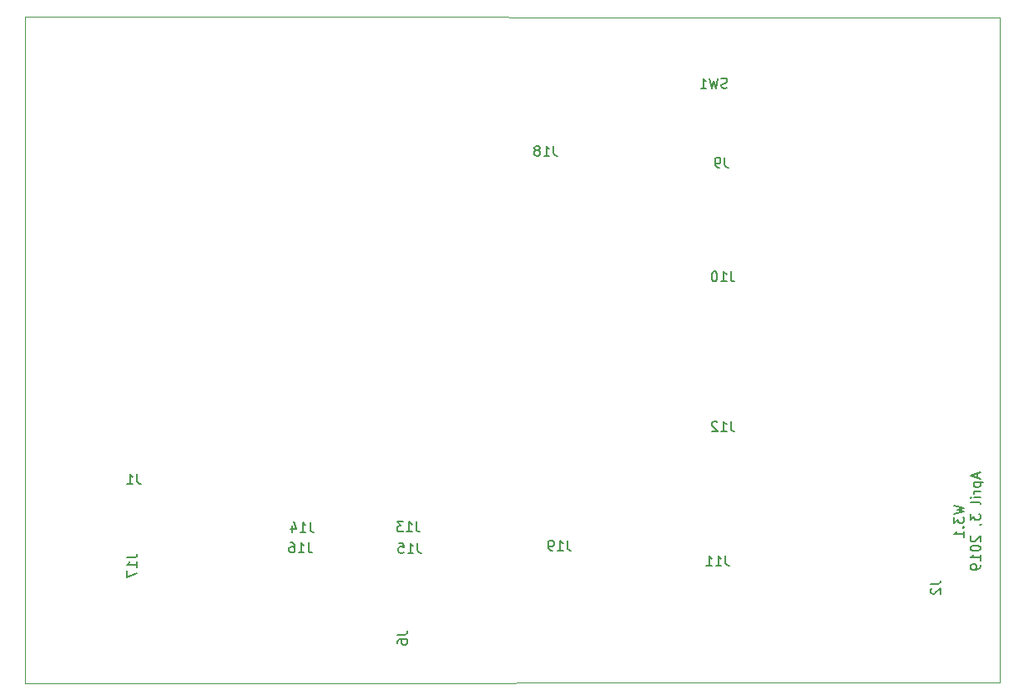
<source format=gbr>
G04 #@! TF.GenerationSoftware,KiCad,Pcbnew,(6.0.0-rc1-dev-1030-g80d50d98b)*
G04 #@! TF.CreationDate,2019-04-03T20:49:04-06:00*
G04 #@! TF.ProjectId,airmed_board_w3.1,6169726D65645F626F6172645F77332E,rev?*
G04 #@! TF.SameCoordinates,Original*
G04 #@! TF.FileFunction,Legend,Bot*
G04 #@! TF.FilePolarity,Positive*
%FSLAX46Y46*%
G04 Gerber Fmt 4.6, Leading zero omitted, Abs format (unit mm)*
G04 Created by KiCad (PCBNEW (6.0.0-rc1-dev-1030-g80d50d98b)) date Wednesday, April 03, 2019 at 08:49:04 PM*
%MOMM*%
%LPD*%
G01*
G04 APERTURE LIST*
%ADD10C,0.150000*%
%ADD11C,0.050000*%
G04 APERTURE END LIST*
D10*
X191672460Y-119523712D02*
X192672460Y-119761807D01*
X191958175Y-119952283D01*
X192672460Y-120142760D01*
X191672460Y-120380855D01*
X191672460Y-120666569D02*
X191672460Y-121285617D01*
X192053413Y-120952283D01*
X192053413Y-121095140D01*
X192101032Y-121190379D01*
X192148651Y-121237998D01*
X192243889Y-121285617D01*
X192481984Y-121285617D01*
X192577222Y-121237998D01*
X192624841Y-121190379D01*
X192672460Y-121095140D01*
X192672460Y-120809426D01*
X192624841Y-120714188D01*
X192577222Y-120666569D01*
X192577222Y-121714188D02*
X192624841Y-121761807D01*
X192672460Y-121714188D01*
X192624841Y-121666569D01*
X192577222Y-121714188D01*
X192672460Y-121714188D01*
X192672460Y-122714188D02*
X192672460Y-122142760D01*
X192672460Y-122428474D02*
X191672460Y-122428474D01*
X191815318Y-122333236D01*
X191910556Y-122237998D01*
X191958175Y-122142760D01*
X194036746Y-116261807D02*
X194036746Y-116737998D01*
X194322460Y-116166569D02*
X193322460Y-116499902D01*
X194322460Y-116833236D01*
X193655794Y-117166569D02*
X194655794Y-117166569D01*
X193703413Y-117166569D02*
X193655794Y-117261807D01*
X193655794Y-117452283D01*
X193703413Y-117547521D01*
X193751032Y-117595140D01*
X193846270Y-117642760D01*
X194131984Y-117642760D01*
X194227222Y-117595140D01*
X194274841Y-117547521D01*
X194322460Y-117452283D01*
X194322460Y-117261807D01*
X194274841Y-117166569D01*
X194322460Y-118071331D02*
X193655794Y-118071331D01*
X193846270Y-118071331D02*
X193751032Y-118118950D01*
X193703413Y-118166569D01*
X193655794Y-118261807D01*
X193655794Y-118357045D01*
X194322460Y-118690379D02*
X193655794Y-118690379D01*
X193322460Y-118690379D02*
X193370080Y-118642760D01*
X193417699Y-118690379D01*
X193370080Y-118737998D01*
X193322460Y-118690379D01*
X193417699Y-118690379D01*
X194322460Y-119309426D02*
X194274841Y-119214188D01*
X194179603Y-119166569D01*
X193322460Y-119166569D01*
X193322460Y-120357045D02*
X193322460Y-120976093D01*
X193703413Y-120642760D01*
X193703413Y-120785617D01*
X193751032Y-120880855D01*
X193798651Y-120928474D01*
X193893889Y-120976093D01*
X194131984Y-120976093D01*
X194227222Y-120928474D01*
X194274841Y-120880855D01*
X194322460Y-120785617D01*
X194322460Y-120499902D01*
X194274841Y-120404664D01*
X194227222Y-120357045D01*
X194274841Y-121452283D02*
X194322460Y-121452283D01*
X194417699Y-121404664D01*
X194465318Y-121357045D01*
X193417699Y-122595140D02*
X193370080Y-122642760D01*
X193322460Y-122737998D01*
X193322460Y-122976093D01*
X193370080Y-123071331D01*
X193417699Y-123118950D01*
X193512937Y-123166569D01*
X193608175Y-123166569D01*
X193751032Y-123118950D01*
X194322460Y-122547521D01*
X194322460Y-123166569D01*
X193322460Y-123785617D02*
X193322460Y-123880855D01*
X193370080Y-123976093D01*
X193417699Y-124023712D01*
X193512937Y-124071331D01*
X193703413Y-124118950D01*
X193941508Y-124118950D01*
X194131984Y-124071331D01*
X194227222Y-124023712D01*
X194274841Y-123976093D01*
X194322460Y-123880855D01*
X194322460Y-123785617D01*
X194274841Y-123690379D01*
X194227222Y-123642760D01*
X194131984Y-123595140D01*
X193941508Y-123547521D01*
X193703413Y-123547521D01*
X193512937Y-123595140D01*
X193417699Y-123642760D01*
X193370080Y-123690379D01*
X193322460Y-123785617D01*
X194322460Y-125071331D02*
X194322460Y-124499902D01*
X194322460Y-124785617D02*
X193322460Y-124785617D01*
X193465318Y-124690379D01*
X193560556Y-124595140D01*
X193608175Y-124499902D01*
X194322460Y-125547521D02*
X194322460Y-125737998D01*
X194274841Y-125833236D01*
X194227222Y-125880855D01*
X194084365Y-125976093D01*
X193893889Y-126023712D01*
X193512937Y-126023712D01*
X193417699Y-125976093D01*
X193370080Y-125928474D01*
X193322460Y-125833236D01*
X193322460Y-125642760D01*
X193370080Y-125547521D01*
X193417699Y-125499902D01*
X193512937Y-125452283D01*
X193751032Y-125452283D01*
X193846270Y-125499902D01*
X193893889Y-125547521D01*
X193941508Y-125642760D01*
X193941508Y-125833236D01*
X193893889Y-125928474D01*
X193846270Y-125976093D01*
X193751032Y-126023712D01*
D11*
X196321680Y-137459720D02*
X97378520Y-137525760D01*
X196321680Y-69966840D02*
X196321680Y-137459720D01*
X97444560Y-69880480D02*
X196321680Y-69966840D01*
X97378520Y-137525760D02*
X97444560Y-69880480D01*
G04 #@! TO.C,J1*
D10*
X108771013Y-116310160D02*
X108771013Y-117024446D01*
X108818632Y-117167303D01*
X108913870Y-117262541D01*
X109056727Y-117310160D01*
X109151965Y-117310160D01*
X107771013Y-117310160D02*
X108342441Y-117310160D01*
X108056727Y-117310160D02*
X108056727Y-116310160D01*
X108151965Y-116453018D01*
X108247203Y-116548256D01*
X108342441Y-116595875D01*
G04 #@! TO.C,SW1*
X168637613Y-77111281D02*
X168494756Y-77158900D01*
X168256660Y-77158900D01*
X168161422Y-77111281D01*
X168113803Y-77063662D01*
X168066184Y-76968424D01*
X168066184Y-76873186D01*
X168113803Y-76777948D01*
X168161422Y-76730329D01*
X168256660Y-76682710D01*
X168447137Y-76635091D01*
X168542375Y-76587472D01*
X168589994Y-76539853D01*
X168637613Y-76444615D01*
X168637613Y-76349377D01*
X168589994Y-76254139D01*
X168542375Y-76206520D01*
X168447137Y-76158900D01*
X168209041Y-76158900D01*
X168066184Y-76206520D01*
X167732851Y-76158900D02*
X167494756Y-77158900D01*
X167304280Y-76444615D01*
X167113803Y-77158900D01*
X166875708Y-76158900D01*
X165970946Y-77158900D02*
X166542375Y-77158900D01*
X166256660Y-77158900D02*
X166256660Y-76158900D01*
X166351899Y-76301758D01*
X166447137Y-76396996D01*
X166542375Y-76444615D01*
G04 #@! TO.C,J19*
X152443403Y-123060560D02*
X152443403Y-123774846D01*
X152491022Y-123917703D01*
X152586260Y-124012941D01*
X152729118Y-124060560D01*
X152824356Y-124060560D01*
X151443403Y-124060560D02*
X152014832Y-124060560D01*
X151729118Y-124060560D02*
X151729118Y-123060560D01*
X151824356Y-123203418D01*
X151919594Y-123298656D01*
X152014832Y-123346275D01*
X150967213Y-124060560D02*
X150776737Y-124060560D01*
X150681499Y-124012941D01*
X150633880Y-123965322D01*
X150538641Y-123822465D01*
X150491022Y-123631989D01*
X150491022Y-123251037D01*
X150538641Y-123155799D01*
X150586260Y-123108180D01*
X150681499Y-123060560D01*
X150871975Y-123060560D01*
X150967213Y-123108180D01*
X151014832Y-123155799D01*
X151062451Y-123251037D01*
X151062451Y-123489132D01*
X151014832Y-123584370D01*
X150967213Y-123631989D01*
X150871975Y-123679608D01*
X150681499Y-123679608D01*
X150586260Y-123631989D01*
X150538641Y-123584370D01*
X150491022Y-123489132D01*
G04 #@! TO.C,J18*
X151039403Y-83029460D02*
X151039403Y-83743746D01*
X151087022Y-83886603D01*
X151182260Y-83981841D01*
X151325118Y-84029460D01*
X151420356Y-84029460D01*
X150039403Y-84029460D02*
X150610832Y-84029460D01*
X150325118Y-84029460D02*
X150325118Y-83029460D01*
X150420356Y-83172318D01*
X150515594Y-83267556D01*
X150610832Y-83315175D01*
X149467975Y-83458032D02*
X149563213Y-83410413D01*
X149610832Y-83362794D01*
X149658451Y-83267556D01*
X149658451Y-83219937D01*
X149610832Y-83124699D01*
X149563213Y-83077080D01*
X149467975Y-83029460D01*
X149277499Y-83029460D01*
X149182260Y-83077080D01*
X149134641Y-83124699D01*
X149087022Y-83219937D01*
X149087022Y-83267556D01*
X149134641Y-83362794D01*
X149182260Y-83410413D01*
X149277499Y-83458032D01*
X149467975Y-83458032D01*
X149563213Y-83505651D01*
X149610832Y-83553270D01*
X149658451Y-83648508D01*
X149658451Y-83838984D01*
X149610832Y-83934222D01*
X149563213Y-83981841D01*
X149467975Y-84029460D01*
X149277499Y-84029460D01*
X149182260Y-83981841D01*
X149134641Y-83934222D01*
X149087022Y-83838984D01*
X149087022Y-83648508D01*
X149134641Y-83553270D01*
X149182260Y-83505651D01*
X149277499Y-83458032D01*
G04 #@! TO.C,J17*
X107774140Y-124783636D02*
X108488426Y-124783636D01*
X108631283Y-124736017D01*
X108726521Y-124640779D01*
X108774140Y-124497921D01*
X108774140Y-124402683D01*
X108774140Y-125783636D02*
X108774140Y-125212207D01*
X108774140Y-125497921D02*
X107774140Y-125497921D01*
X107916998Y-125402683D01*
X108012236Y-125307445D01*
X108059855Y-125212207D01*
X107774140Y-126116969D02*
X107774140Y-126783636D01*
X108774140Y-126355064D01*
G04 #@! TO.C,J16*
X126164243Y-123281540D02*
X126164243Y-123995826D01*
X126211862Y-124138683D01*
X126307100Y-124233921D01*
X126449958Y-124281540D01*
X126545196Y-124281540D01*
X125164243Y-124281540D02*
X125735672Y-124281540D01*
X125449958Y-124281540D02*
X125449958Y-123281540D01*
X125545196Y-123424398D01*
X125640434Y-123519636D01*
X125735672Y-123567255D01*
X124307100Y-123281540D02*
X124497577Y-123281540D01*
X124592815Y-123329160D01*
X124640434Y-123376779D01*
X124735672Y-123519636D01*
X124783291Y-123710112D01*
X124783291Y-124091064D01*
X124735672Y-124186302D01*
X124688053Y-124233921D01*
X124592815Y-124281540D01*
X124402339Y-124281540D01*
X124307100Y-124233921D01*
X124259481Y-124186302D01*
X124211862Y-124091064D01*
X124211862Y-123852969D01*
X124259481Y-123757731D01*
X124307100Y-123710112D01*
X124402339Y-123662493D01*
X124592815Y-123662493D01*
X124688053Y-123710112D01*
X124735672Y-123757731D01*
X124783291Y-123852969D01*
G04 #@! TO.C,J15*
X137238323Y-123312020D02*
X137238323Y-124026306D01*
X137285942Y-124169163D01*
X137381180Y-124264401D01*
X137524038Y-124312020D01*
X137619276Y-124312020D01*
X136238323Y-124312020D02*
X136809752Y-124312020D01*
X136524038Y-124312020D02*
X136524038Y-123312020D01*
X136619276Y-123454878D01*
X136714514Y-123550116D01*
X136809752Y-123597735D01*
X135333561Y-123312020D02*
X135809752Y-123312020D01*
X135857371Y-123788211D01*
X135809752Y-123740592D01*
X135714514Y-123692973D01*
X135476419Y-123692973D01*
X135381180Y-123740592D01*
X135333561Y-123788211D01*
X135285942Y-123883449D01*
X135285942Y-124121544D01*
X135333561Y-124216782D01*
X135381180Y-124264401D01*
X135476419Y-124312020D01*
X135714514Y-124312020D01*
X135809752Y-124264401D01*
X135857371Y-124216782D01*
G04 #@! TO.C,J14*
X126335683Y-121185340D02*
X126335683Y-121899626D01*
X126383302Y-122042483D01*
X126478540Y-122137721D01*
X126621398Y-122185340D01*
X126716636Y-122185340D01*
X125335683Y-122185340D02*
X125907112Y-122185340D01*
X125621398Y-122185340D02*
X125621398Y-121185340D01*
X125716636Y-121328198D01*
X125811874Y-121423436D01*
X125907112Y-121471055D01*
X124478540Y-121518674D02*
X124478540Y-122185340D01*
X124716636Y-121137721D02*
X124954731Y-121852007D01*
X124335683Y-121852007D01*
G04 #@! TO.C,J13*
X137120843Y-121165020D02*
X137120843Y-121879306D01*
X137168462Y-122022163D01*
X137263700Y-122117401D01*
X137406558Y-122165020D01*
X137501796Y-122165020D01*
X136120843Y-122165020D02*
X136692272Y-122165020D01*
X136406558Y-122165020D02*
X136406558Y-121165020D01*
X136501796Y-121307878D01*
X136597034Y-121403116D01*
X136692272Y-121450735D01*
X135787510Y-121165020D02*
X135168462Y-121165020D01*
X135501796Y-121545973D01*
X135358939Y-121545973D01*
X135263700Y-121593592D01*
X135216081Y-121641211D01*
X135168462Y-121736449D01*
X135168462Y-121974544D01*
X135216081Y-122069782D01*
X135263700Y-122117401D01*
X135358939Y-122165020D01*
X135644653Y-122165020D01*
X135739891Y-122117401D01*
X135787510Y-122069782D01*
G04 #@! TO.C,J12*
X169028963Y-110972700D02*
X169028963Y-111686986D01*
X169076582Y-111829843D01*
X169171820Y-111925081D01*
X169314678Y-111972700D01*
X169409916Y-111972700D01*
X168028963Y-111972700D02*
X168600392Y-111972700D01*
X168314678Y-111972700D02*
X168314678Y-110972700D01*
X168409916Y-111115558D01*
X168505154Y-111210796D01*
X168600392Y-111258415D01*
X167648011Y-111067939D02*
X167600392Y-111020320D01*
X167505154Y-110972700D01*
X167267059Y-110972700D01*
X167171820Y-111020320D01*
X167124201Y-111067939D01*
X167076582Y-111163177D01*
X167076582Y-111258415D01*
X167124201Y-111401272D01*
X167695630Y-111972700D01*
X167076582Y-111972700D01*
G04 #@! TO.C,J11*
X168485083Y-124608340D02*
X168485083Y-125322626D01*
X168532702Y-125465483D01*
X168627940Y-125560721D01*
X168770798Y-125608340D01*
X168866036Y-125608340D01*
X167485083Y-125608340D02*
X168056512Y-125608340D01*
X167770798Y-125608340D02*
X167770798Y-124608340D01*
X167866036Y-124751198D01*
X167961274Y-124846436D01*
X168056512Y-124894055D01*
X166532702Y-125608340D02*
X167104131Y-125608340D01*
X166818417Y-125608340D02*
X166818417Y-124608340D01*
X166913655Y-124751198D01*
X167008893Y-124846436D01*
X167104131Y-124894055D01*
G04 #@! TO.C,J10*
X169028963Y-95763180D02*
X169028963Y-96477466D01*
X169076582Y-96620323D01*
X169171820Y-96715561D01*
X169314678Y-96763180D01*
X169409916Y-96763180D01*
X168028963Y-96763180D02*
X168600392Y-96763180D01*
X168314678Y-96763180D02*
X168314678Y-95763180D01*
X168409916Y-95906038D01*
X168505154Y-96001276D01*
X168600392Y-96048895D01*
X167409916Y-95763180D02*
X167314678Y-95763180D01*
X167219440Y-95810800D01*
X167171820Y-95858419D01*
X167124201Y-95953657D01*
X167076582Y-96144133D01*
X167076582Y-96382228D01*
X167124201Y-96572704D01*
X167171820Y-96667942D01*
X167219440Y-96715561D01*
X167314678Y-96763180D01*
X167409916Y-96763180D01*
X167505154Y-96715561D01*
X167552773Y-96667942D01*
X167600392Y-96572704D01*
X167648011Y-96382228D01*
X167648011Y-96144133D01*
X167600392Y-95953657D01*
X167552773Y-95858419D01*
X167505154Y-95810800D01*
X167409916Y-95763180D01*
G04 #@! TO.C,J9*
X168405453Y-84190940D02*
X168405453Y-84905226D01*
X168453072Y-85048083D01*
X168548310Y-85143321D01*
X168691167Y-85190940D01*
X168786405Y-85190940D01*
X167881643Y-85190940D02*
X167691167Y-85190940D01*
X167595929Y-85143321D01*
X167548310Y-85095702D01*
X167453072Y-84952845D01*
X167405453Y-84762369D01*
X167405453Y-84381417D01*
X167453072Y-84286179D01*
X167500691Y-84238560D01*
X167595929Y-84190940D01*
X167786405Y-84190940D01*
X167881643Y-84238560D01*
X167929262Y-84286179D01*
X167976881Y-84381417D01*
X167976881Y-84619512D01*
X167929262Y-84714750D01*
X167881643Y-84762369D01*
X167786405Y-84809988D01*
X167595929Y-84809988D01*
X167500691Y-84762369D01*
X167453072Y-84714750D01*
X167405453Y-84619512D01*
G04 #@! TO.C,J6*
X135208580Y-132615346D02*
X135922866Y-132615346D01*
X136065723Y-132567727D01*
X136160961Y-132472489D01*
X136208580Y-132329632D01*
X136208580Y-132234394D01*
X135208580Y-133520108D02*
X135208580Y-133329632D01*
X135256200Y-133234394D01*
X135303819Y-133186775D01*
X135446676Y-133091537D01*
X135637152Y-133043918D01*
X136018104Y-133043918D01*
X136113342Y-133091537D01*
X136160961Y-133139156D01*
X136208580Y-133234394D01*
X136208580Y-133424870D01*
X136160961Y-133520108D01*
X136113342Y-133567727D01*
X136018104Y-133615346D01*
X135780009Y-133615346D01*
X135684771Y-133567727D01*
X135637152Y-133520108D01*
X135589533Y-133424870D01*
X135589533Y-133234394D01*
X135637152Y-133139156D01*
X135684771Y-133091537D01*
X135780009Y-133043918D01*
G04 #@! TO.C,J2*
X189307740Y-127478306D02*
X190022026Y-127478306D01*
X190164883Y-127430687D01*
X190260121Y-127335449D01*
X190307740Y-127192592D01*
X190307740Y-127097354D01*
X189402979Y-127906878D02*
X189355360Y-127954497D01*
X189307740Y-128049735D01*
X189307740Y-128287830D01*
X189355360Y-128383068D01*
X189402979Y-128430687D01*
X189498217Y-128478306D01*
X189593455Y-128478306D01*
X189736312Y-128430687D01*
X190307740Y-127859259D01*
X190307740Y-128478306D01*
G04 #@! TD*
M02*

</source>
